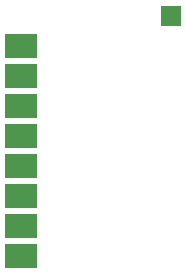
<source format=gbr>
%TF.GenerationSoftware,KiCad,Pcbnew,(5.1.8)-1*%
%TF.CreationDate,2023-01-12T00:20:28+03:00*%
%TF.ProjectId,LED8,4c454438-2e6b-4696-9361-645f70636258,rev?*%
%TF.SameCoordinates,Original*%
%TF.FileFunction,Copper,L2,Bot*%
%TF.FilePolarity,Positive*%
%FSLAX46Y46*%
G04 Gerber Fmt 4.6, Leading zero omitted, Abs format (unit mm)*
G04 Created by KiCad (PCBNEW (5.1.8)-1) date 2023-01-12 00:20:28*
%MOMM*%
%LPD*%
G01*
G04 APERTURE LIST*
%TA.AperFunction,ComponentPad*%
%ADD10R,2.800000X2.100000*%
%TD*%
%TA.AperFunction,ComponentPad*%
%ADD11R,1.700000X1.700000*%
%TD*%
G04 APERTURE END LIST*
D10*
%TO.P,D,1*%
%TO.N,Net-(J1-Pad1)*%
X66040000Y-25400000D03*
%TO.P,D,2*%
%TO.N,Net-(J1-Pad2)*%
X66040000Y-27940000D03*
%TO.P,D,3*%
%TO.N,Net-(J1-Pad3)*%
X66040000Y-30480000D03*
%TO.P,D,4*%
%TO.N,Net-(J1-Pad4)*%
X66040000Y-33020000D03*
%TO.P,D,5*%
%TO.N,Net-(J1-Pad5)*%
X66040000Y-35560000D03*
%TO.P,D,6*%
%TO.N,Net-(J1-Pad6)*%
X66040000Y-38100000D03*
%TO.P,D,7*%
%TO.N,Net-(J1-Pad7)*%
X66040000Y-40640000D03*
%TO.P,D,8*%
%TO.N,Net-(J1-Pad8)*%
X66040000Y-43180000D03*
%TD*%
D11*
%TO.P,Gnd,1*%
%TO.N,Net-(D1-Pad1)*%
X78740000Y-22860000D03*
%TD*%
M02*

</source>
